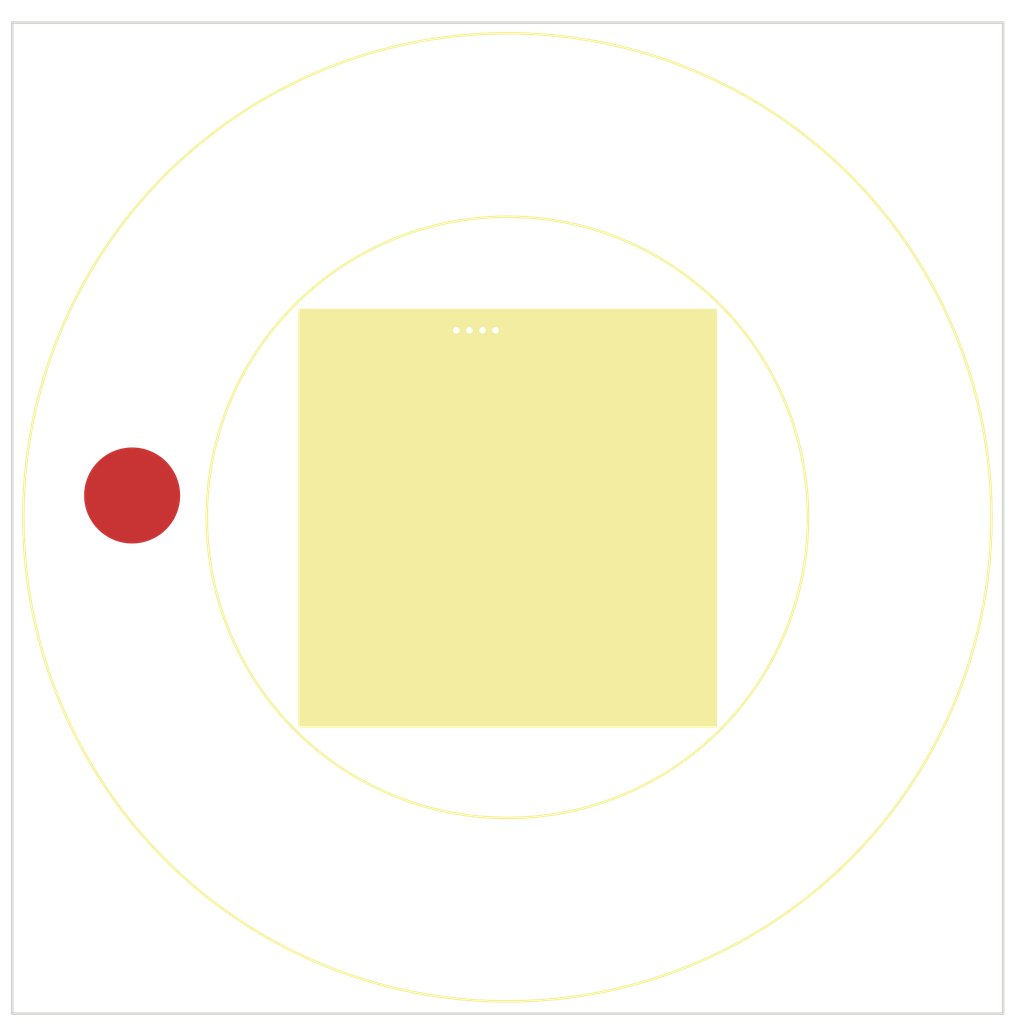
<source format=kicad_pcb>
(kicad_pcb (version 20221018) (generator pcbnew)
  (layers (0 "F.Cu" signal) (31 "B.Cu" signal) (34 "B.Paste" user) (35 "F.Paste" user) (36 "B.SilkS" user "B.Silkscreen") (37 "F.SilkS" user "F.Silkscreen") (38 "B.Mask" user) (39 "F.Mask" user) (44 "Edge.Cuts" user))
  (net 0 "")
  (footprint "Connector_PinHeader_1.00mm:PinHeader_1x04_P1.00mm_Vertical" (layer "F.Cu") (at 137.16 73.66 -90)
    (fp_text reference "J1" (at 0 -1.56 90) (layer "F.SilkS"))
    (fp_text value "Conn_01x04_MountingPin")
    (fp_line (start -0.695 -0.685) (end 0 -0.685) (stroke (width 0.12)) (layer "F.SilkS"))
    (fp_line (start -0.695 0) (end -0.695 -0.685) (stroke (width 0.12)) (layer "F.SilkS"))
    (fp_line (start -0.695 0.685) (end -0.695 3.56) (stroke (width 0.12)) (layer "F.SilkS"))
    (fp_line (start -0.695 0.685) (end -0.608276 0.685) (stroke (width 0.12)) (layer "F.SilkS"))
    (fp_line (start -0.695 3.56) (end -0.394493 3.56) (stroke (width 0.12)) (layer "F.SilkS"))
    (fp_line (start 0.394493 3.56) (end 0.695 3.56) (stroke (width 0.12)) (layer "F.SilkS"))
    (fp_line (start 0.608276 0.685) (end 0.695 0.685) (stroke (width 0.12)) (layer "F.SilkS"))
    (fp_line (start 0.695 0.685) (end 0.695 3.56) (stroke (width 0.12)) (layer "F.SilkS"))
    (pad "1" thru_hole rect (at 0 0 270) (size 0.85 0.85) (drill 0.5) (layers "*.Cu" "*.Mask"))
    (pad "2" thru_hole oval (at 0 1 270) (size 0.85 0.85) (drill 0.5) (layers "*.Cu" "*.Mask"))
    (pad "3" thru_hole oval (at 0 2 270) (size 0.85 0.85) (drill 0.5) (layers "*.Cu" "*.Mask"))
    (pad "4" thru_hole oval (at 0 3 270) (size 0.85 0.85) (drill 0.5) (layers "*.Cu" "*.Mask"))
  )
  (gr_circle (center 109.22 86.36) (end 111.76 83.82) (stroke (width 0.2)) (fill solid) (layer "F.Cu"))
  (gr_circle (center 138.077284 88.040046) (end 161.181375 88.78534) (stroke (width 0.2)) (fill none) (layer "F.SilkS"))
  (gr_circle (center 138.077284 88.040046) (end 175.26 86.36) (stroke (width 0.2)) (fill none) (layer "F.SilkS"))
  (gr_rect (start 122.1 72.1) (end 154.1 104.1) (stroke (width 0.2)) (fill solid) (layer "F.SilkS"))
  (gr_rect locked (start 100 50) (end 176.2 126.2) (stroke (width 0.2)) (fill none) (layer "Edge.Cuts"))
)
</source>
